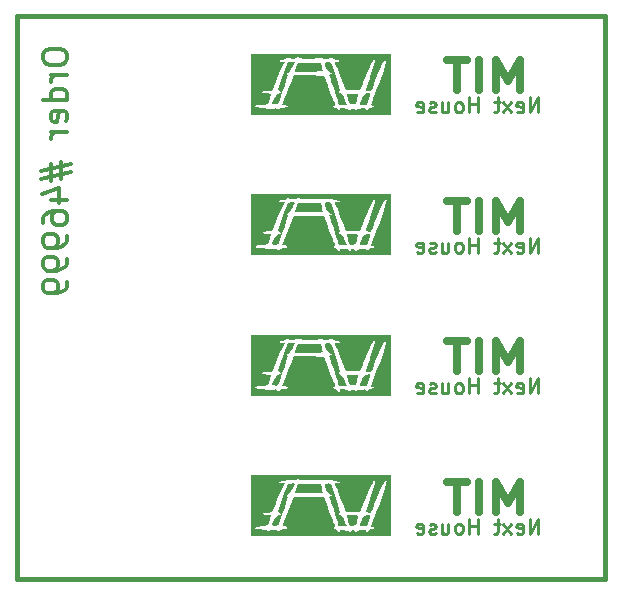
<source format=gbo>
G04 (created by PCBNEW-RS274X (2011-12-23 BZR 3325)-testing) date Sunday, March 18, 2012 05:57:35 PM*
G01*
G70*
G90*
%MOIN*%
G04 Gerber Fmt 3.4, Leading zero omitted, Abs format*
%FSLAX34Y34*%
G04 APERTURE LIST*
%ADD10C,0.006000*%
%ADD11C,0.012000*%
%ADD12C,0.015000*%
%ADD13C,0.025000*%
%ADD14C,0.010000*%
%ADD15C,0.000100*%
G04 APERTURE END LIST*
G54D10*
G54D11*
X45626Y-25445D02*
X45626Y-25597D01*
X45664Y-25673D01*
X45740Y-25750D01*
X45892Y-25788D01*
X46159Y-25788D01*
X46312Y-25750D01*
X46388Y-25673D01*
X46426Y-25597D01*
X46426Y-25445D01*
X46388Y-25369D01*
X46312Y-25292D01*
X46159Y-25254D01*
X45892Y-25254D01*
X45740Y-25292D01*
X45664Y-25369D01*
X45626Y-25445D01*
X46426Y-26130D02*
X45892Y-26130D01*
X46045Y-26130D02*
X45969Y-26169D01*
X45931Y-26207D01*
X45892Y-26283D01*
X45892Y-26359D01*
X46426Y-26968D02*
X45626Y-26968D01*
X46388Y-26968D02*
X46426Y-26892D01*
X46426Y-26740D01*
X46388Y-26664D01*
X46350Y-26625D01*
X46273Y-26587D01*
X46045Y-26587D01*
X45969Y-26625D01*
X45931Y-26664D01*
X45892Y-26740D01*
X45892Y-26892D01*
X45931Y-26968D01*
X46388Y-27654D02*
X46426Y-27578D01*
X46426Y-27426D01*
X46388Y-27349D01*
X46312Y-27311D01*
X46007Y-27311D01*
X45931Y-27349D01*
X45892Y-27426D01*
X45892Y-27578D01*
X45931Y-27654D01*
X46007Y-27692D01*
X46083Y-27692D01*
X46159Y-27311D01*
X46426Y-28035D02*
X45892Y-28035D01*
X46045Y-28035D02*
X45969Y-28074D01*
X45931Y-28112D01*
X45892Y-28188D01*
X45892Y-28264D01*
X45892Y-29102D02*
X45892Y-29674D01*
X45550Y-29331D02*
X46578Y-29102D01*
X46235Y-29598D02*
X46235Y-29026D01*
X46578Y-29369D02*
X45550Y-29598D01*
X45892Y-30283D02*
X46426Y-30283D01*
X45588Y-30093D02*
X46159Y-29902D01*
X46159Y-30398D01*
X45626Y-31045D02*
X45626Y-30893D01*
X45664Y-30817D01*
X45702Y-30779D01*
X45816Y-30702D01*
X45969Y-30664D01*
X46273Y-30664D01*
X46350Y-30702D01*
X46388Y-30741D01*
X46426Y-30817D01*
X46426Y-30969D01*
X46388Y-31045D01*
X46350Y-31083D01*
X46273Y-31122D01*
X46083Y-31122D01*
X46007Y-31083D01*
X45969Y-31045D01*
X45931Y-30969D01*
X45931Y-30817D01*
X45969Y-30741D01*
X46007Y-30702D01*
X46083Y-30664D01*
X46426Y-31503D02*
X46426Y-31655D01*
X46388Y-31731D01*
X46350Y-31769D01*
X46235Y-31845D01*
X46083Y-31884D01*
X45778Y-31884D01*
X45702Y-31845D01*
X45664Y-31807D01*
X45626Y-31731D01*
X45626Y-31579D01*
X45664Y-31503D01*
X45702Y-31464D01*
X45778Y-31426D01*
X45969Y-31426D01*
X46045Y-31464D01*
X46083Y-31503D01*
X46121Y-31579D01*
X46121Y-31731D01*
X46083Y-31807D01*
X46045Y-31845D01*
X45969Y-31884D01*
X46426Y-32265D02*
X46426Y-32417D01*
X46388Y-32493D01*
X46350Y-32531D01*
X46235Y-32607D01*
X46083Y-32646D01*
X45778Y-32646D01*
X45702Y-32607D01*
X45664Y-32569D01*
X45626Y-32493D01*
X45626Y-32341D01*
X45664Y-32265D01*
X45702Y-32226D01*
X45778Y-32188D01*
X45969Y-32188D01*
X46045Y-32226D01*
X46083Y-32265D01*
X46121Y-32341D01*
X46121Y-32493D01*
X46083Y-32569D01*
X46045Y-32607D01*
X45969Y-32646D01*
X46426Y-33027D02*
X46426Y-33179D01*
X46388Y-33255D01*
X46350Y-33293D01*
X46235Y-33369D01*
X46083Y-33408D01*
X45778Y-33408D01*
X45702Y-33369D01*
X45664Y-33331D01*
X45626Y-33255D01*
X45626Y-33103D01*
X45664Y-33027D01*
X45702Y-32988D01*
X45778Y-32950D01*
X45969Y-32950D01*
X46045Y-32988D01*
X46083Y-33027D01*
X46121Y-33103D01*
X46121Y-33255D01*
X46083Y-33331D01*
X46045Y-33369D01*
X45969Y-33408D01*
G54D12*
X64370Y-42913D02*
X64370Y-24173D01*
X44764Y-42913D02*
X64370Y-42913D01*
X44764Y-24173D02*
X44764Y-42913D01*
X44764Y-24173D02*
X64370Y-24173D01*
G54D13*
X61536Y-26626D02*
X61536Y-25626D01*
X61136Y-26340D01*
X60736Y-25626D01*
X60736Y-26626D01*
X60165Y-26626D02*
X60165Y-25626D01*
X59766Y-25626D02*
X59080Y-25626D01*
X59423Y-26626D02*
X59423Y-25626D01*
G54D14*
X62142Y-27367D02*
X62142Y-26867D01*
X61856Y-27367D01*
X61856Y-26867D01*
X61427Y-27344D02*
X61475Y-27367D01*
X61570Y-27367D01*
X61618Y-27344D01*
X61642Y-27296D01*
X61642Y-27105D01*
X61618Y-27058D01*
X61570Y-27034D01*
X61475Y-27034D01*
X61427Y-27058D01*
X61404Y-27105D01*
X61404Y-27153D01*
X61642Y-27201D01*
X61237Y-27367D02*
X60975Y-27034D01*
X61237Y-27034D02*
X60975Y-27367D01*
X60855Y-27034D02*
X60665Y-27034D01*
X60784Y-26867D02*
X60784Y-27296D01*
X60760Y-27344D01*
X60713Y-27367D01*
X60665Y-27367D01*
X60117Y-27367D02*
X60117Y-26867D01*
X60117Y-27105D02*
X59831Y-27105D01*
X59831Y-27367D02*
X59831Y-26867D01*
X59522Y-27367D02*
X59569Y-27344D01*
X59593Y-27320D01*
X59617Y-27272D01*
X59617Y-27129D01*
X59593Y-27082D01*
X59569Y-27058D01*
X59522Y-27034D01*
X59450Y-27034D01*
X59402Y-27058D01*
X59379Y-27082D01*
X59355Y-27129D01*
X59355Y-27272D01*
X59379Y-27320D01*
X59402Y-27344D01*
X59450Y-27367D01*
X59522Y-27367D01*
X58927Y-27034D02*
X58927Y-27367D01*
X59141Y-27034D02*
X59141Y-27296D01*
X59117Y-27344D01*
X59070Y-27367D01*
X58998Y-27367D01*
X58950Y-27344D01*
X58927Y-27320D01*
X58713Y-27344D02*
X58665Y-27367D01*
X58570Y-27367D01*
X58522Y-27344D01*
X58498Y-27296D01*
X58498Y-27272D01*
X58522Y-27225D01*
X58570Y-27201D01*
X58641Y-27201D01*
X58689Y-27177D01*
X58713Y-27129D01*
X58713Y-27105D01*
X58689Y-27058D01*
X58641Y-27034D01*
X58570Y-27034D01*
X58522Y-27058D01*
X58093Y-27344D02*
X58141Y-27367D01*
X58236Y-27367D01*
X58284Y-27344D01*
X58308Y-27296D01*
X58308Y-27105D01*
X58284Y-27058D01*
X58236Y-27034D01*
X58141Y-27034D01*
X58093Y-27058D01*
X58070Y-27105D01*
X58070Y-27153D01*
X58308Y-27201D01*
G54D13*
X61536Y-31311D02*
X61536Y-30311D01*
X61136Y-31025D01*
X60736Y-30311D01*
X60736Y-31311D01*
X60165Y-31311D02*
X60165Y-30311D01*
X59766Y-30311D02*
X59080Y-30311D01*
X59423Y-31311D02*
X59423Y-30311D01*
G54D14*
X62142Y-32052D02*
X62142Y-31552D01*
X61856Y-32052D01*
X61856Y-31552D01*
X61427Y-32029D02*
X61475Y-32052D01*
X61570Y-32052D01*
X61618Y-32029D01*
X61642Y-31981D01*
X61642Y-31790D01*
X61618Y-31743D01*
X61570Y-31719D01*
X61475Y-31719D01*
X61427Y-31743D01*
X61404Y-31790D01*
X61404Y-31838D01*
X61642Y-31886D01*
X61237Y-32052D02*
X60975Y-31719D01*
X61237Y-31719D02*
X60975Y-32052D01*
X60855Y-31719D02*
X60665Y-31719D01*
X60784Y-31552D02*
X60784Y-31981D01*
X60760Y-32029D01*
X60713Y-32052D01*
X60665Y-32052D01*
X60117Y-32052D02*
X60117Y-31552D01*
X60117Y-31790D02*
X59831Y-31790D01*
X59831Y-32052D02*
X59831Y-31552D01*
X59522Y-32052D02*
X59569Y-32029D01*
X59593Y-32005D01*
X59617Y-31957D01*
X59617Y-31814D01*
X59593Y-31767D01*
X59569Y-31743D01*
X59522Y-31719D01*
X59450Y-31719D01*
X59402Y-31743D01*
X59379Y-31767D01*
X59355Y-31814D01*
X59355Y-31957D01*
X59379Y-32005D01*
X59402Y-32029D01*
X59450Y-32052D01*
X59522Y-32052D01*
X58927Y-31719D02*
X58927Y-32052D01*
X59141Y-31719D02*
X59141Y-31981D01*
X59117Y-32029D01*
X59070Y-32052D01*
X58998Y-32052D01*
X58950Y-32029D01*
X58927Y-32005D01*
X58713Y-32029D02*
X58665Y-32052D01*
X58570Y-32052D01*
X58522Y-32029D01*
X58498Y-31981D01*
X58498Y-31957D01*
X58522Y-31910D01*
X58570Y-31886D01*
X58641Y-31886D01*
X58689Y-31862D01*
X58713Y-31814D01*
X58713Y-31790D01*
X58689Y-31743D01*
X58641Y-31719D01*
X58570Y-31719D01*
X58522Y-31743D01*
X58093Y-32029D02*
X58141Y-32052D01*
X58236Y-32052D01*
X58284Y-32029D01*
X58308Y-31981D01*
X58308Y-31790D01*
X58284Y-31743D01*
X58236Y-31719D01*
X58141Y-31719D01*
X58093Y-31743D01*
X58070Y-31790D01*
X58070Y-31838D01*
X58308Y-31886D01*
G54D13*
X61536Y-35996D02*
X61536Y-34996D01*
X61136Y-35710D01*
X60736Y-34996D01*
X60736Y-35996D01*
X60165Y-35996D02*
X60165Y-34996D01*
X59766Y-34996D02*
X59080Y-34996D01*
X59423Y-35996D02*
X59423Y-34996D01*
G54D14*
X62142Y-36737D02*
X62142Y-36237D01*
X61856Y-36737D01*
X61856Y-36237D01*
X61427Y-36714D02*
X61475Y-36737D01*
X61570Y-36737D01*
X61618Y-36714D01*
X61642Y-36666D01*
X61642Y-36475D01*
X61618Y-36428D01*
X61570Y-36404D01*
X61475Y-36404D01*
X61427Y-36428D01*
X61404Y-36475D01*
X61404Y-36523D01*
X61642Y-36571D01*
X61237Y-36737D02*
X60975Y-36404D01*
X61237Y-36404D02*
X60975Y-36737D01*
X60855Y-36404D02*
X60665Y-36404D01*
X60784Y-36237D02*
X60784Y-36666D01*
X60760Y-36714D01*
X60713Y-36737D01*
X60665Y-36737D01*
X60117Y-36737D02*
X60117Y-36237D01*
X60117Y-36475D02*
X59831Y-36475D01*
X59831Y-36737D02*
X59831Y-36237D01*
X59522Y-36737D02*
X59569Y-36714D01*
X59593Y-36690D01*
X59617Y-36642D01*
X59617Y-36499D01*
X59593Y-36452D01*
X59569Y-36428D01*
X59522Y-36404D01*
X59450Y-36404D01*
X59402Y-36428D01*
X59379Y-36452D01*
X59355Y-36499D01*
X59355Y-36642D01*
X59379Y-36690D01*
X59402Y-36714D01*
X59450Y-36737D01*
X59522Y-36737D01*
X58927Y-36404D02*
X58927Y-36737D01*
X59141Y-36404D02*
X59141Y-36666D01*
X59117Y-36714D01*
X59070Y-36737D01*
X58998Y-36737D01*
X58950Y-36714D01*
X58927Y-36690D01*
X58713Y-36714D02*
X58665Y-36737D01*
X58570Y-36737D01*
X58522Y-36714D01*
X58498Y-36666D01*
X58498Y-36642D01*
X58522Y-36595D01*
X58570Y-36571D01*
X58641Y-36571D01*
X58689Y-36547D01*
X58713Y-36499D01*
X58713Y-36475D01*
X58689Y-36428D01*
X58641Y-36404D01*
X58570Y-36404D01*
X58522Y-36428D01*
X58093Y-36714D02*
X58141Y-36737D01*
X58236Y-36737D01*
X58284Y-36714D01*
X58308Y-36666D01*
X58308Y-36475D01*
X58284Y-36428D01*
X58236Y-36404D01*
X58141Y-36404D01*
X58093Y-36428D01*
X58070Y-36475D01*
X58070Y-36523D01*
X58308Y-36571D01*
G54D13*
X61536Y-40681D02*
X61536Y-39681D01*
X61136Y-40395D01*
X60736Y-39681D01*
X60736Y-40681D01*
X60165Y-40681D02*
X60165Y-39681D01*
X59766Y-39681D02*
X59080Y-39681D01*
X59423Y-40681D02*
X59423Y-39681D01*
G54D14*
X62142Y-41422D02*
X62142Y-40922D01*
X61856Y-41422D01*
X61856Y-40922D01*
X61427Y-41399D02*
X61475Y-41422D01*
X61570Y-41422D01*
X61618Y-41399D01*
X61642Y-41351D01*
X61642Y-41160D01*
X61618Y-41113D01*
X61570Y-41089D01*
X61475Y-41089D01*
X61427Y-41113D01*
X61404Y-41160D01*
X61404Y-41208D01*
X61642Y-41256D01*
X61237Y-41422D02*
X60975Y-41089D01*
X61237Y-41089D02*
X60975Y-41422D01*
X60855Y-41089D02*
X60665Y-41089D01*
X60784Y-40922D02*
X60784Y-41351D01*
X60760Y-41399D01*
X60713Y-41422D01*
X60665Y-41422D01*
X60117Y-41422D02*
X60117Y-40922D01*
X60117Y-41160D02*
X59831Y-41160D01*
X59831Y-41422D02*
X59831Y-40922D01*
X59522Y-41422D02*
X59569Y-41399D01*
X59593Y-41375D01*
X59617Y-41327D01*
X59617Y-41184D01*
X59593Y-41137D01*
X59569Y-41113D01*
X59522Y-41089D01*
X59450Y-41089D01*
X59402Y-41113D01*
X59379Y-41137D01*
X59355Y-41184D01*
X59355Y-41327D01*
X59379Y-41375D01*
X59402Y-41399D01*
X59450Y-41422D01*
X59522Y-41422D01*
X58927Y-41089D02*
X58927Y-41422D01*
X59141Y-41089D02*
X59141Y-41351D01*
X59117Y-41399D01*
X59070Y-41422D01*
X58998Y-41422D01*
X58950Y-41399D01*
X58927Y-41375D01*
X58713Y-41399D02*
X58665Y-41422D01*
X58570Y-41422D01*
X58522Y-41399D01*
X58498Y-41351D01*
X58498Y-41327D01*
X58522Y-41280D01*
X58570Y-41256D01*
X58641Y-41256D01*
X58689Y-41232D01*
X58713Y-41184D01*
X58713Y-41160D01*
X58689Y-41113D01*
X58641Y-41089D01*
X58570Y-41089D01*
X58522Y-41113D01*
X58093Y-41399D02*
X58141Y-41422D01*
X58236Y-41422D01*
X58284Y-41399D01*
X58308Y-41351D01*
X58308Y-41160D01*
X58284Y-41113D01*
X58236Y-41089D01*
X58141Y-41089D01*
X58093Y-41113D01*
X58070Y-41160D01*
X58070Y-41208D01*
X58308Y-41256D01*
G54D15*
G36*
X57215Y-27450D02*
X57087Y-27450D01*
X57087Y-25596D01*
X57083Y-25552D01*
X57078Y-25550D01*
X57049Y-25579D01*
X57001Y-25658D01*
X56939Y-25774D01*
X56869Y-25917D01*
X56797Y-26075D01*
X56729Y-26234D01*
X56671Y-26385D01*
X56658Y-26418D01*
X56612Y-26546D01*
X56577Y-26622D01*
X56547Y-26658D01*
X56513Y-26666D01*
X56482Y-26660D01*
X56417Y-26644D01*
X56393Y-26636D01*
X56400Y-26605D01*
X56426Y-26523D01*
X56465Y-26400D01*
X56515Y-26248D01*
X56532Y-26200D01*
X56607Y-25969D01*
X56661Y-25795D01*
X56693Y-25672D01*
X56706Y-25595D01*
X56701Y-25556D01*
X56689Y-25550D01*
X56663Y-25579D01*
X56617Y-25657D01*
X56557Y-25773D01*
X56490Y-25914D01*
X56420Y-26068D01*
X56355Y-26223D01*
X56298Y-26366D01*
X56279Y-26420D01*
X56204Y-26635D01*
X55962Y-26637D01*
X55720Y-26639D01*
X55630Y-26386D01*
X55571Y-26227D01*
X55504Y-26058D01*
X55445Y-25920D01*
X55397Y-25813D01*
X55363Y-25733D01*
X55349Y-25696D01*
X55349Y-25695D01*
X55378Y-25687D01*
X55448Y-25683D01*
X55450Y-25683D01*
X55517Y-25674D01*
X55532Y-25651D01*
X55532Y-25650D01*
X55487Y-25626D01*
X55409Y-25616D01*
X55317Y-25597D01*
X55262Y-25558D01*
X55227Y-25526D01*
X55216Y-25542D01*
X55187Y-25568D01*
X55115Y-25581D01*
X55026Y-25582D01*
X54942Y-25569D01*
X54889Y-25543D01*
X54855Y-25520D01*
X54849Y-25543D01*
X54825Y-25563D01*
X54752Y-25575D01*
X54622Y-25582D01*
X54499Y-25583D01*
X54327Y-25581D01*
X54216Y-25572D01*
X54159Y-25557D01*
X54149Y-25543D01*
X54139Y-25520D01*
X54108Y-25543D01*
X54049Y-25571D01*
X53962Y-25582D01*
X53875Y-25576D01*
X53814Y-25554D01*
X53803Y-25542D01*
X53779Y-25524D01*
X53749Y-25558D01*
X53682Y-25605D01*
X53597Y-25617D01*
X53520Y-25625D01*
X53483Y-25646D01*
X53482Y-25650D01*
X53511Y-25673D01*
X53581Y-25683D01*
X53582Y-25683D01*
X53683Y-25683D01*
X53587Y-25875D01*
X53529Y-25998D01*
X53461Y-26155D01*
X53396Y-26317D01*
X53381Y-26357D01*
X53272Y-26647D01*
X53102Y-26657D01*
X52990Y-26671D01*
X52939Y-26694D01*
X52951Y-26718D01*
X53027Y-26737D01*
X53086Y-26743D01*
X53241Y-26753D01*
X53194Y-26908D01*
X53153Y-27021D01*
X53103Y-27084D01*
X53024Y-27111D01*
X52915Y-27117D01*
X52804Y-27124D01*
X52729Y-27142D01*
X52698Y-27166D01*
X52723Y-27192D01*
X52732Y-27195D01*
X52802Y-27210D01*
X52899Y-27217D01*
X52910Y-27217D01*
X53002Y-27224D01*
X53069Y-27241D01*
X53074Y-27244D01*
X53130Y-27256D01*
X53225Y-27255D01*
X53282Y-27250D01*
X53383Y-27240D01*
X53433Y-27248D01*
X53449Y-27274D01*
X53450Y-27281D01*
X53456Y-27313D01*
X53482Y-27291D01*
X53495Y-27275D01*
X53561Y-27230D01*
X53624Y-27217D01*
X53722Y-27208D01*
X53782Y-27187D01*
X53791Y-27159D01*
X53776Y-27146D01*
X53707Y-27122D01*
X53659Y-27117D01*
X53624Y-27114D01*
X53610Y-27098D01*
X53618Y-27056D01*
X53651Y-26975D01*
X53697Y-26875D01*
X53768Y-26713D01*
X53843Y-26531D01*
X53901Y-26383D01*
X53995Y-26132D01*
X54493Y-26140D01*
X54992Y-26148D01*
X55115Y-26474D01*
X55176Y-26632D01*
X55237Y-26786D01*
X55289Y-26913D01*
X55310Y-26962D01*
X55355Y-27065D01*
X55375Y-27122D01*
X55372Y-27145D01*
X55347Y-27150D01*
X55330Y-27150D01*
X55295Y-27166D01*
X55299Y-27183D01*
X55346Y-27213D01*
X55372Y-27217D01*
X55433Y-27241D01*
X55469Y-27275D01*
X55503Y-27315D01*
X55513Y-27301D01*
X55514Y-27274D01*
X55524Y-27239D01*
X55564Y-27228D01*
X55652Y-27237D01*
X55657Y-27237D01*
X55755Y-27258D01*
X55827Y-27284D01*
X55840Y-27292D01*
X55876Y-27305D01*
X55882Y-27287D01*
X55907Y-27257D01*
X55961Y-27252D01*
X56012Y-27273D01*
X56027Y-27292D01*
X56051Y-27314D01*
X56071Y-27296D01*
X56118Y-27271D01*
X56207Y-27249D01*
X56254Y-27242D01*
X56349Y-27236D01*
X56391Y-27245D01*
X56392Y-27271D01*
X56394Y-27311D01*
X56408Y-27317D01*
X56448Y-27290D01*
X56461Y-27267D01*
X56505Y-27228D01*
X56562Y-27217D01*
X56633Y-27204D01*
X56665Y-27183D01*
X56658Y-27154D01*
X56636Y-27150D01*
X56594Y-27142D01*
X56575Y-27113D01*
X56582Y-27054D01*
X56614Y-26955D01*
X56675Y-26808D01*
X56694Y-26763D01*
X56774Y-26571D01*
X56851Y-26371D01*
X56922Y-26174D01*
X56984Y-25988D01*
X57035Y-25823D01*
X57070Y-25689D01*
X57087Y-25596D01*
X57087Y-27450D01*
X54882Y-27450D01*
X52549Y-27450D01*
X52549Y-26433D01*
X52549Y-25417D01*
X54882Y-25417D01*
X57215Y-25417D01*
X57215Y-26433D01*
X57215Y-27450D01*
X57215Y-27450D01*
X57215Y-27450D01*
G37*
G36*
X54015Y-25699D02*
X53998Y-25758D01*
X53956Y-25843D01*
X53901Y-25932D01*
X53845Y-26007D01*
X53802Y-26047D01*
X53794Y-26050D01*
X53759Y-26061D01*
X53776Y-26092D01*
X53783Y-26130D01*
X53772Y-26207D01*
X53739Y-26329D01*
X53684Y-26503D01*
X53642Y-26626D01*
X53576Y-26815D01*
X53526Y-26950D01*
X53485Y-27038D01*
X53448Y-27088D01*
X53408Y-27108D01*
X53361Y-27106D01*
X53310Y-27094D01*
X53280Y-27080D01*
X53276Y-27047D01*
X53298Y-26981D01*
X53326Y-26915D01*
X53380Y-26812D01*
X53429Y-26761D01*
X53472Y-26751D01*
X53542Y-26736D01*
X53564Y-26705D01*
X53531Y-26673D01*
X53513Y-26666D01*
X53464Y-26633D01*
X53469Y-26588D01*
X53489Y-26537D01*
X53525Y-26437D01*
X53573Y-26301D01*
X53628Y-26143D01*
X53637Y-26117D01*
X53779Y-25700D01*
X53897Y-25689D01*
X53975Y-25688D01*
X54014Y-25696D01*
X54015Y-25699D01*
X54015Y-25699D01*
X54015Y-25699D01*
G37*
G36*
X55749Y-27117D02*
X55616Y-27117D01*
X55532Y-27114D01*
X55485Y-27107D01*
X55482Y-27104D01*
X55472Y-27058D01*
X55445Y-26964D01*
X55407Y-26838D01*
X55362Y-26694D01*
X55316Y-26550D01*
X55272Y-26419D01*
X55236Y-26318D01*
X55219Y-26276D01*
X55154Y-26123D01*
X55226Y-26099D01*
X55299Y-26075D01*
X55223Y-26060D01*
X55151Y-26013D01*
X55075Y-25903D01*
X55066Y-25884D01*
X55019Y-25779D01*
X55017Y-25718D01*
X55062Y-25690D01*
X55160Y-25684D01*
X55190Y-25691D01*
X55218Y-25717D01*
X55249Y-25772D01*
X55287Y-25866D01*
X55336Y-26006D01*
X55386Y-26159D01*
X55451Y-26370D01*
X55494Y-26528D01*
X55513Y-26630D01*
X55509Y-26672D01*
X55505Y-26711D01*
X55543Y-26731D01*
X55605Y-26775D01*
X55625Y-26809D01*
X55648Y-26876D01*
X55686Y-26970D01*
X55695Y-26992D01*
X55749Y-27117D01*
X55749Y-27117D01*
X55749Y-27117D01*
G37*
G36*
X56142Y-26781D02*
X56136Y-26822D01*
X56135Y-26825D01*
X56111Y-26917D01*
X56094Y-26992D01*
X56057Y-27065D01*
X56014Y-27083D01*
X55935Y-27093D01*
X55907Y-27101D01*
X55872Y-27091D01*
X55838Y-27027D01*
X55809Y-26934D01*
X55757Y-26750D01*
X55957Y-26750D01*
X56067Y-26751D01*
X56124Y-26760D01*
X56142Y-26781D01*
X56142Y-26781D01*
X56142Y-26781D01*
G37*
G36*
X56538Y-26729D02*
X56533Y-26761D01*
X56513Y-26839D01*
X56488Y-26925D01*
X56455Y-27031D01*
X56426Y-27088D01*
X56386Y-27112D01*
X56321Y-27116D01*
X56307Y-27116D01*
X56226Y-27112D01*
X56184Y-27101D01*
X56182Y-27098D01*
X56194Y-27059D01*
X56225Y-26980D01*
X56251Y-26918D01*
X56300Y-26819D01*
X56348Y-26766D01*
X56412Y-26743D01*
X56426Y-26741D01*
X56501Y-26731D01*
X56538Y-26729D01*
X56538Y-26729D01*
X56538Y-26729D01*
G37*
G36*
X54948Y-25992D02*
X54917Y-26001D01*
X54831Y-26008D01*
X54702Y-26014D01*
X54543Y-26016D01*
X54484Y-26017D01*
X54019Y-26017D01*
X54070Y-25867D01*
X54121Y-25717D01*
X54500Y-25717D01*
X54879Y-25716D01*
X54913Y-25842D01*
X54936Y-25928D01*
X54948Y-25985D01*
X54948Y-25992D01*
X54948Y-25992D01*
X54948Y-25992D01*
G37*
G36*
X57215Y-32135D02*
X57087Y-32135D01*
X57087Y-30281D01*
X57083Y-30237D01*
X57078Y-30235D01*
X57049Y-30264D01*
X57001Y-30343D01*
X56939Y-30459D01*
X56869Y-30602D01*
X56797Y-30760D01*
X56729Y-30919D01*
X56671Y-31070D01*
X56658Y-31103D01*
X56612Y-31231D01*
X56577Y-31307D01*
X56547Y-31343D01*
X56513Y-31351D01*
X56482Y-31345D01*
X56417Y-31329D01*
X56393Y-31321D01*
X56400Y-31290D01*
X56426Y-31208D01*
X56465Y-31085D01*
X56515Y-30933D01*
X56532Y-30885D01*
X56607Y-30654D01*
X56661Y-30480D01*
X56693Y-30357D01*
X56706Y-30280D01*
X56701Y-30241D01*
X56689Y-30235D01*
X56663Y-30264D01*
X56617Y-30342D01*
X56557Y-30458D01*
X56490Y-30599D01*
X56420Y-30753D01*
X56355Y-30908D01*
X56298Y-31051D01*
X56279Y-31105D01*
X56204Y-31320D01*
X55962Y-31322D01*
X55720Y-31324D01*
X55630Y-31071D01*
X55571Y-30912D01*
X55504Y-30743D01*
X55445Y-30605D01*
X55397Y-30498D01*
X55363Y-30418D01*
X55349Y-30381D01*
X55349Y-30380D01*
X55378Y-30372D01*
X55448Y-30368D01*
X55450Y-30368D01*
X55517Y-30359D01*
X55532Y-30336D01*
X55532Y-30335D01*
X55487Y-30311D01*
X55409Y-30301D01*
X55317Y-30282D01*
X55262Y-30243D01*
X55227Y-30211D01*
X55216Y-30227D01*
X55187Y-30253D01*
X55115Y-30266D01*
X55026Y-30267D01*
X54942Y-30254D01*
X54889Y-30228D01*
X54855Y-30205D01*
X54849Y-30228D01*
X54825Y-30248D01*
X54752Y-30260D01*
X54622Y-30267D01*
X54499Y-30268D01*
X54327Y-30266D01*
X54216Y-30257D01*
X54159Y-30242D01*
X54149Y-30228D01*
X54139Y-30205D01*
X54108Y-30228D01*
X54049Y-30256D01*
X53962Y-30267D01*
X53875Y-30261D01*
X53814Y-30239D01*
X53803Y-30227D01*
X53779Y-30209D01*
X53749Y-30243D01*
X53682Y-30290D01*
X53597Y-30302D01*
X53520Y-30310D01*
X53483Y-30331D01*
X53482Y-30335D01*
X53511Y-30358D01*
X53581Y-30368D01*
X53582Y-30368D01*
X53683Y-30368D01*
X53587Y-30560D01*
X53529Y-30683D01*
X53461Y-30840D01*
X53396Y-31002D01*
X53381Y-31042D01*
X53272Y-31332D01*
X53102Y-31342D01*
X52990Y-31356D01*
X52939Y-31379D01*
X52951Y-31403D01*
X53027Y-31422D01*
X53086Y-31428D01*
X53241Y-31438D01*
X53194Y-31593D01*
X53153Y-31706D01*
X53103Y-31769D01*
X53024Y-31796D01*
X52915Y-31802D01*
X52804Y-31809D01*
X52729Y-31827D01*
X52698Y-31851D01*
X52723Y-31877D01*
X52732Y-31880D01*
X52802Y-31895D01*
X52899Y-31902D01*
X52910Y-31902D01*
X53002Y-31909D01*
X53069Y-31926D01*
X53074Y-31929D01*
X53130Y-31941D01*
X53225Y-31940D01*
X53282Y-31935D01*
X53383Y-31925D01*
X53433Y-31933D01*
X53449Y-31959D01*
X53450Y-31966D01*
X53456Y-31998D01*
X53482Y-31976D01*
X53495Y-31960D01*
X53561Y-31915D01*
X53624Y-31902D01*
X53722Y-31893D01*
X53782Y-31872D01*
X53791Y-31844D01*
X53776Y-31831D01*
X53707Y-31807D01*
X53659Y-31802D01*
X53624Y-31799D01*
X53610Y-31783D01*
X53618Y-31741D01*
X53651Y-31660D01*
X53697Y-31560D01*
X53768Y-31398D01*
X53843Y-31216D01*
X53901Y-31068D01*
X53995Y-30817D01*
X54493Y-30825D01*
X54992Y-30833D01*
X55115Y-31159D01*
X55176Y-31317D01*
X55237Y-31471D01*
X55289Y-31598D01*
X55310Y-31647D01*
X55355Y-31750D01*
X55375Y-31807D01*
X55372Y-31830D01*
X55347Y-31835D01*
X55330Y-31835D01*
X55295Y-31851D01*
X55299Y-31868D01*
X55346Y-31898D01*
X55372Y-31902D01*
X55433Y-31926D01*
X55469Y-31960D01*
X55503Y-32000D01*
X55513Y-31986D01*
X55514Y-31959D01*
X55524Y-31924D01*
X55564Y-31913D01*
X55652Y-31922D01*
X55657Y-31922D01*
X55755Y-31943D01*
X55827Y-31969D01*
X55840Y-31977D01*
X55876Y-31990D01*
X55882Y-31972D01*
X55907Y-31942D01*
X55961Y-31937D01*
X56012Y-31958D01*
X56027Y-31977D01*
X56051Y-31999D01*
X56071Y-31981D01*
X56118Y-31956D01*
X56207Y-31934D01*
X56254Y-31927D01*
X56349Y-31921D01*
X56391Y-31930D01*
X56392Y-31956D01*
X56394Y-31996D01*
X56408Y-32002D01*
X56448Y-31975D01*
X56461Y-31952D01*
X56505Y-31913D01*
X56562Y-31902D01*
X56633Y-31889D01*
X56665Y-31868D01*
X56658Y-31839D01*
X56636Y-31835D01*
X56594Y-31827D01*
X56575Y-31798D01*
X56582Y-31739D01*
X56614Y-31640D01*
X56675Y-31493D01*
X56694Y-31448D01*
X56774Y-31256D01*
X56851Y-31056D01*
X56922Y-30859D01*
X56984Y-30673D01*
X57035Y-30508D01*
X57070Y-30374D01*
X57087Y-30281D01*
X57087Y-32135D01*
X54882Y-32135D01*
X52549Y-32135D01*
X52549Y-31118D01*
X52549Y-30102D01*
X54882Y-30102D01*
X57215Y-30102D01*
X57215Y-31118D01*
X57215Y-32135D01*
X57215Y-32135D01*
X57215Y-32135D01*
G37*
G36*
X54015Y-30384D02*
X53998Y-30443D01*
X53956Y-30528D01*
X53901Y-30617D01*
X53845Y-30692D01*
X53802Y-30732D01*
X53794Y-30735D01*
X53759Y-30746D01*
X53776Y-30777D01*
X53783Y-30815D01*
X53772Y-30892D01*
X53739Y-31014D01*
X53684Y-31188D01*
X53642Y-31311D01*
X53576Y-31500D01*
X53526Y-31635D01*
X53485Y-31723D01*
X53448Y-31773D01*
X53408Y-31793D01*
X53361Y-31791D01*
X53310Y-31779D01*
X53280Y-31765D01*
X53276Y-31732D01*
X53298Y-31666D01*
X53326Y-31600D01*
X53380Y-31497D01*
X53429Y-31446D01*
X53472Y-31436D01*
X53542Y-31421D01*
X53564Y-31390D01*
X53531Y-31358D01*
X53513Y-31351D01*
X53464Y-31318D01*
X53469Y-31273D01*
X53489Y-31222D01*
X53525Y-31122D01*
X53573Y-30986D01*
X53628Y-30828D01*
X53637Y-30802D01*
X53779Y-30385D01*
X53897Y-30374D01*
X53975Y-30373D01*
X54014Y-30381D01*
X54015Y-30384D01*
X54015Y-30384D01*
X54015Y-30384D01*
G37*
G36*
X55749Y-31802D02*
X55616Y-31802D01*
X55532Y-31799D01*
X55485Y-31792D01*
X55482Y-31789D01*
X55472Y-31743D01*
X55445Y-31649D01*
X55407Y-31523D01*
X55362Y-31379D01*
X55316Y-31235D01*
X55272Y-31104D01*
X55236Y-31003D01*
X55219Y-30961D01*
X55154Y-30808D01*
X55226Y-30784D01*
X55299Y-30760D01*
X55223Y-30745D01*
X55151Y-30698D01*
X55075Y-30588D01*
X55066Y-30569D01*
X55019Y-30464D01*
X55017Y-30403D01*
X55062Y-30375D01*
X55160Y-30369D01*
X55190Y-30376D01*
X55218Y-30402D01*
X55249Y-30457D01*
X55287Y-30551D01*
X55336Y-30691D01*
X55386Y-30844D01*
X55451Y-31055D01*
X55494Y-31213D01*
X55513Y-31315D01*
X55509Y-31357D01*
X55505Y-31396D01*
X55543Y-31416D01*
X55605Y-31460D01*
X55625Y-31494D01*
X55648Y-31561D01*
X55686Y-31655D01*
X55695Y-31677D01*
X55749Y-31802D01*
X55749Y-31802D01*
X55749Y-31802D01*
G37*
G36*
X56142Y-31466D02*
X56136Y-31507D01*
X56135Y-31510D01*
X56111Y-31602D01*
X56094Y-31677D01*
X56057Y-31750D01*
X56014Y-31768D01*
X55935Y-31778D01*
X55907Y-31786D01*
X55872Y-31776D01*
X55838Y-31712D01*
X55809Y-31619D01*
X55757Y-31435D01*
X55957Y-31435D01*
X56067Y-31436D01*
X56124Y-31445D01*
X56142Y-31466D01*
X56142Y-31466D01*
X56142Y-31466D01*
G37*
G36*
X56538Y-31414D02*
X56533Y-31446D01*
X56513Y-31524D01*
X56488Y-31610D01*
X56455Y-31716D01*
X56426Y-31773D01*
X56386Y-31797D01*
X56321Y-31801D01*
X56307Y-31801D01*
X56226Y-31797D01*
X56184Y-31786D01*
X56182Y-31783D01*
X56194Y-31744D01*
X56225Y-31665D01*
X56251Y-31603D01*
X56300Y-31504D01*
X56348Y-31451D01*
X56412Y-31428D01*
X56426Y-31426D01*
X56501Y-31416D01*
X56538Y-31414D01*
X56538Y-31414D01*
X56538Y-31414D01*
G37*
G36*
X54948Y-30677D02*
X54917Y-30686D01*
X54831Y-30693D01*
X54702Y-30699D01*
X54543Y-30701D01*
X54484Y-30702D01*
X54019Y-30702D01*
X54070Y-30552D01*
X54121Y-30402D01*
X54500Y-30402D01*
X54879Y-30401D01*
X54913Y-30527D01*
X54936Y-30613D01*
X54948Y-30670D01*
X54948Y-30677D01*
X54948Y-30677D01*
X54948Y-30677D01*
G37*
G36*
X57215Y-36820D02*
X57087Y-36820D01*
X57087Y-34966D01*
X57083Y-34922D01*
X57078Y-34920D01*
X57049Y-34949D01*
X57001Y-35028D01*
X56939Y-35144D01*
X56869Y-35287D01*
X56797Y-35445D01*
X56729Y-35604D01*
X56671Y-35755D01*
X56658Y-35788D01*
X56612Y-35916D01*
X56577Y-35992D01*
X56547Y-36028D01*
X56513Y-36036D01*
X56482Y-36030D01*
X56417Y-36014D01*
X56393Y-36006D01*
X56400Y-35975D01*
X56426Y-35893D01*
X56465Y-35770D01*
X56515Y-35618D01*
X56532Y-35570D01*
X56607Y-35339D01*
X56661Y-35165D01*
X56693Y-35042D01*
X56706Y-34965D01*
X56701Y-34926D01*
X56689Y-34920D01*
X56663Y-34949D01*
X56617Y-35027D01*
X56557Y-35143D01*
X56490Y-35284D01*
X56420Y-35438D01*
X56355Y-35593D01*
X56298Y-35736D01*
X56279Y-35790D01*
X56204Y-36005D01*
X55962Y-36007D01*
X55720Y-36009D01*
X55630Y-35756D01*
X55571Y-35597D01*
X55504Y-35428D01*
X55445Y-35290D01*
X55397Y-35183D01*
X55363Y-35103D01*
X55349Y-35066D01*
X55349Y-35065D01*
X55378Y-35057D01*
X55448Y-35053D01*
X55450Y-35053D01*
X55517Y-35044D01*
X55532Y-35021D01*
X55532Y-35020D01*
X55487Y-34996D01*
X55409Y-34986D01*
X55317Y-34967D01*
X55262Y-34928D01*
X55227Y-34896D01*
X55216Y-34912D01*
X55187Y-34938D01*
X55115Y-34951D01*
X55026Y-34952D01*
X54942Y-34939D01*
X54889Y-34913D01*
X54855Y-34890D01*
X54849Y-34913D01*
X54825Y-34933D01*
X54752Y-34945D01*
X54622Y-34952D01*
X54499Y-34953D01*
X54327Y-34951D01*
X54216Y-34942D01*
X54159Y-34927D01*
X54149Y-34913D01*
X54139Y-34890D01*
X54108Y-34913D01*
X54049Y-34941D01*
X53962Y-34952D01*
X53875Y-34946D01*
X53814Y-34924D01*
X53803Y-34912D01*
X53779Y-34894D01*
X53749Y-34928D01*
X53682Y-34975D01*
X53597Y-34987D01*
X53520Y-34995D01*
X53483Y-35016D01*
X53482Y-35020D01*
X53511Y-35043D01*
X53581Y-35053D01*
X53582Y-35053D01*
X53683Y-35053D01*
X53587Y-35245D01*
X53529Y-35368D01*
X53461Y-35525D01*
X53396Y-35687D01*
X53381Y-35727D01*
X53272Y-36017D01*
X53102Y-36027D01*
X52990Y-36041D01*
X52939Y-36064D01*
X52951Y-36088D01*
X53027Y-36107D01*
X53086Y-36113D01*
X53241Y-36123D01*
X53194Y-36278D01*
X53153Y-36391D01*
X53103Y-36454D01*
X53024Y-36481D01*
X52915Y-36487D01*
X52804Y-36494D01*
X52729Y-36512D01*
X52698Y-36536D01*
X52723Y-36562D01*
X52732Y-36565D01*
X52802Y-36580D01*
X52899Y-36587D01*
X52910Y-36587D01*
X53002Y-36594D01*
X53069Y-36611D01*
X53074Y-36614D01*
X53130Y-36626D01*
X53225Y-36625D01*
X53282Y-36620D01*
X53383Y-36610D01*
X53433Y-36618D01*
X53449Y-36644D01*
X53450Y-36651D01*
X53456Y-36683D01*
X53482Y-36661D01*
X53495Y-36645D01*
X53561Y-36600D01*
X53624Y-36587D01*
X53722Y-36578D01*
X53782Y-36557D01*
X53791Y-36529D01*
X53776Y-36516D01*
X53707Y-36492D01*
X53659Y-36487D01*
X53624Y-36484D01*
X53610Y-36468D01*
X53618Y-36426D01*
X53651Y-36345D01*
X53697Y-36245D01*
X53768Y-36083D01*
X53843Y-35901D01*
X53901Y-35753D01*
X53995Y-35502D01*
X54493Y-35510D01*
X54992Y-35518D01*
X55115Y-35844D01*
X55176Y-36002D01*
X55237Y-36156D01*
X55289Y-36283D01*
X55310Y-36332D01*
X55355Y-36435D01*
X55375Y-36492D01*
X55372Y-36515D01*
X55347Y-36520D01*
X55330Y-36520D01*
X55295Y-36536D01*
X55299Y-36553D01*
X55346Y-36583D01*
X55372Y-36587D01*
X55433Y-36611D01*
X55469Y-36645D01*
X55503Y-36685D01*
X55513Y-36671D01*
X55514Y-36644D01*
X55524Y-36609D01*
X55564Y-36598D01*
X55652Y-36607D01*
X55657Y-36607D01*
X55755Y-36628D01*
X55827Y-36654D01*
X55840Y-36662D01*
X55876Y-36675D01*
X55882Y-36657D01*
X55907Y-36627D01*
X55961Y-36622D01*
X56012Y-36643D01*
X56027Y-36662D01*
X56051Y-36684D01*
X56071Y-36666D01*
X56118Y-36641D01*
X56207Y-36619D01*
X56254Y-36612D01*
X56349Y-36606D01*
X56391Y-36615D01*
X56392Y-36641D01*
X56394Y-36681D01*
X56408Y-36687D01*
X56448Y-36660D01*
X56461Y-36637D01*
X56505Y-36598D01*
X56562Y-36587D01*
X56633Y-36574D01*
X56665Y-36553D01*
X56658Y-36524D01*
X56636Y-36520D01*
X56594Y-36512D01*
X56575Y-36483D01*
X56582Y-36424D01*
X56614Y-36325D01*
X56675Y-36178D01*
X56694Y-36133D01*
X56774Y-35941D01*
X56851Y-35741D01*
X56922Y-35544D01*
X56984Y-35358D01*
X57035Y-35193D01*
X57070Y-35059D01*
X57087Y-34966D01*
X57087Y-36820D01*
X54882Y-36820D01*
X52549Y-36820D01*
X52549Y-35803D01*
X52549Y-34787D01*
X54882Y-34787D01*
X57215Y-34787D01*
X57215Y-35803D01*
X57215Y-36820D01*
X57215Y-36820D01*
X57215Y-36820D01*
G37*
G36*
X54015Y-35069D02*
X53998Y-35128D01*
X53956Y-35213D01*
X53901Y-35302D01*
X53845Y-35377D01*
X53802Y-35417D01*
X53794Y-35420D01*
X53759Y-35431D01*
X53776Y-35462D01*
X53783Y-35500D01*
X53772Y-35577D01*
X53739Y-35699D01*
X53684Y-35873D01*
X53642Y-35996D01*
X53576Y-36185D01*
X53526Y-36320D01*
X53485Y-36408D01*
X53448Y-36458D01*
X53408Y-36478D01*
X53361Y-36476D01*
X53310Y-36464D01*
X53280Y-36450D01*
X53276Y-36417D01*
X53298Y-36351D01*
X53326Y-36285D01*
X53380Y-36182D01*
X53429Y-36131D01*
X53472Y-36121D01*
X53542Y-36106D01*
X53564Y-36075D01*
X53531Y-36043D01*
X53513Y-36036D01*
X53464Y-36003D01*
X53469Y-35958D01*
X53489Y-35907D01*
X53525Y-35807D01*
X53573Y-35671D01*
X53628Y-35513D01*
X53637Y-35487D01*
X53779Y-35070D01*
X53897Y-35059D01*
X53975Y-35058D01*
X54014Y-35066D01*
X54015Y-35069D01*
X54015Y-35069D01*
X54015Y-35069D01*
G37*
G36*
X55749Y-36487D02*
X55616Y-36487D01*
X55532Y-36484D01*
X55485Y-36477D01*
X55482Y-36474D01*
X55472Y-36428D01*
X55445Y-36334D01*
X55407Y-36208D01*
X55362Y-36064D01*
X55316Y-35920D01*
X55272Y-35789D01*
X55236Y-35688D01*
X55219Y-35646D01*
X55154Y-35493D01*
X55226Y-35469D01*
X55299Y-35445D01*
X55223Y-35430D01*
X55151Y-35383D01*
X55075Y-35273D01*
X55066Y-35254D01*
X55019Y-35149D01*
X55017Y-35088D01*
X55062Y-35060D01*
X55160Y-35054D01*
X55190Y-35061D01*
X55218Y-35087D01*
X55249Y-35142D01*
X55287Y-35236D01*
X55336Y-35376D01*
X55386Y-35529D01*
X55451Y-35740D01*
X55494Y-35898D01*
X55513Y-36000D01*
X55509Y-36042D01*
X55505Y-36081D01*
X55543Y-36101D01*
X55605Y-36145D01*
X55625Y-36179D01*
X55648Y-36246D01*
X55686Y-36340D01*
X55695Y-36362D01*
X55749Y-36487D01*
X55749Y-36487D01*
X55749Y-36487D01*
G37*
G36*
X56142Y-36151D02*
X56136Y-36192D01*
X56135Y-36195D01*
X56111Y-36287D01*
X56094Y-36362D01*
X56057Y-36435D01*
X56014Y-36453D01*
X55935Y-36463D01*
X55907Y-36471D01*
X55872Y-36461D01*
X55838Y-36397D01*
X55809Y-36304D01*
X55757Y-36120D01*
X55957Y-36120D01*
X56067Y-36121D01*
X56124Y-36130D01*
X56142Y-36151D01*
X56142Y-36151D01*
X56142Y-36151D01*
G37*
G36*
X56538Y-36099D02*
X56533Y-36131D01*
X56513Y-36209D01*
X56488Y-36295D01*
X56455Y-36401D01*
X56426Y-36458D01*
X56386Y-36482D01*
X56321Y-36486D01*
X56307Y-36486D01*
X56226Y-36482D01*
X56184Y-36471D01*
X56182Y-36468D01*
X56194Y-36429D01*
X56225Y-36350D01*
X56251Y-36288D01*
X56300Y-36189D01*
X56348Y-36136D01*
X56412Y-36113D01*
X56426Y-36111D01*
X56501Y-36101D01*
X56538Y-36099D01*
X56538Y-36099D01*
X56538Y-36099D01*
G37*
G36*
X54948Y-35362D02*
X54917Y-35371D01*
X54831Y-35378D01*
X54702Y-35384D01*
X54543Y-35386D01*
X54484Y-35387D01*
X54019Y-35387D01*
X54070Y-35237D01*
X54121Y-35087D01*
X54500Y-35087D01*
X54879Y-35086D01*
X54913Y-35212D01*
X54936Y-35298D01*
X54948Y-35355D01*
X54948Y-35362D01*
X54948Y-35362D01*
X54948Y-35362D01*
G37*
G36*
X57215Y-41505D02*
X57087Y-41505D01*
X57087Y-39651D01*
X57083Y-39607D01*
X57078Y-39605D01*
X57049Y-39634D01*
X57001Y-39713D01*
X56939Y-39829D01*
X56869Y-39972D01*
X56797Y-40130D01*
X56729Y-40289D01*
X56671Y-40440D01*
X56658Y-40473D01*
X56612Y-40601D01*
X56577Y-40677D01*
X56547Y-40713D01*
X56513Y-40721D01*
X56482Y-40715D01*
X56417Y-40699D01*
X56393Y-40691D01*
X56400Y-40660D01*
X56426Y-40578D01*
X56465Y-40455D01*
X56515Y-40303D01*
X56532Y-40255D01*
X56607Y-40024D01*
X56661Y-39850D01*
X56693Y-39727D01*
X56706Y-39650D01*
X56701Y-39611D01*
X56689Y-39605D01*
X56663Y-39634D01*
X56617Y-39712D01*
X56557Y-39828D01*
X56490Y-39969D01*
X56420Y-40123D01*
X56355Y-40278D01*
X56298Y-40421D01*
X56279Y-40475D01*
X56204Y-40690D01*
X55962Y-40692D01*
X55720Y-40694D01*
X55630Y-40441D01*
X55571Y-40282D01*
X55504Y-40113D01*
X55445Y-39975D01*
X55397Y-39868D01*
X55363Y-39788D01*
X55349Y-39751D01*
X55349Y-39750D01*
X55378Y-39742D01*
X55448Y-39738D01*
X55450Y-39738D01*
X55517Y-39729D01*
X55532Y-39706D01*
X55532Y-39705D01*
X55487Y-39681D01*
X55409Y-39671D01*
X55317Y-39652D01*
X55262Y-39613D01*
X55227Y-39581D01*
X55216Y-39597D01*
X55187Y-39623D01*
X55115Y-39636D01*
X55026Y-39637D01*
X54942Y-39624D01*
X54889Y-39598D01*
X54855Y-39575D01*
X54849Y-39598D01*
X54825Y-39618D01*
X54752Y-39630D01*
X54622Y-39637D01*
X54499Y-39638D01*
X54327Y-39636D01*
X54216Y-39627D01*
X54159Y-39612D01*
X54149Y-39598D01*
X54139Y-39575D01*
X54108Y-39598D01*
X54049Y-39626D01*
X53962Y-39637D01*
X53875Y-39631D01*
X53814Y-39609D01*
X53803Y-39597D01*
X53779Y-39579D01*
X53749Y-39613D01*
X53682Y-39660D01*
X53597Y-39672D01*
X53520Y-39680D01*
X53483Y-39701D01*
X53482Y-39705D01*
X53511Y-39728D01*
X53581Y-39738D01*
X53582Y-39738D01*
X53683Y-39738D01*
X53587Y-39930D01*
X53529Y-40053D01*
X53461Y-40210D01*
X53396Y-40372D01*
X53381Y-40412D01*
X53272Y-40702D01*
X53102Y-40712D01*
X52990Y-40726D01*
X52939Y-40749D01*
X52951Y-40773D01*
X53027Y-40792D01*
X53086Y-40798D01*
X53241Y-40808D01*
X53194Y-40963D01*
X53153Y-41076D01*
X53103Y-41139D01*
X53024Y-41166D01*
X52915Y-41172D01*
X52804Y-41179D01*
X52729Y-41197D01*
X52698Y-41221D01*
X52723Y-41247D01*
X52732Y-41250D01*
X52802Y-41265D01*
X52899Y-41272D01*
X52910Y-41272D01*
X53002Y-41279D01*
X53069Y-41296D01*
X53074Y-41299D01*
X53130Y-41311D01*
X53225Y-41310D01*
X53282Y-41305D01*
X53383Y-41295D01*
X53433Y-41303D01*
X53449Y-41329D01*
X53450Y-41336D01*
X53456Y-41368D01*
X53482Y-41346D01*
X53495Y-41330D01*
X53561Y-41285D01*
X53624Y-41272D01*
X53722Y-41263D01*
X53782Y-41242D01*
X53791Y-41214D01*
X53776Y-41201D01*
X53707Y-41177D01*
X53659Y-41172D01*
X53624Y-41169D01*
X53610Y-41153D01*
X53618Y-41111D01*
X53651Y-41030D01*
X53697Y-40930D01*
X53768Y-40768D01*
X53843Y-40586D01*
X53901Y-40438D01*
X53995Y-40187D01*
X54493Y-40195D01*
X54992Y-40203D01*
X55115Y-40529D01*
X55176Y-40687D01*
X55237Y-40841D01*
X55289Y-40968D01*
X55310Y-41017D01*
X55355Y-41120D01*
X55375Y-41177D01*
X55372Y-41200D01*
X55347Y-41205D01*
X55330Y-41205D01*
X55295Y-41221D01*
X55299Y-41238D01*
X55346Y-41268D01*
X55372Y-41272D01*
X55433Y-41296D01*
X55469Y-41330D01*
X55503Y-41370D01*
X55513Y-41356D01*
X55514Y-41329D01*
X55524Y-41294D01*
X55564Y-41283D01*
X55652Y-41292D01*
X55657Y-41292D01*
X55755Y-41313D01*
X55827Y-41339D01*
X55840Y-41347D01*
X55876Y-41360D01*
X55882Y-41342D01*
X55907Y-41312D01*
X55961Y-41307D01*
X56012Y-41328D01*
X56027Y-41347D01*
X56051Y-41369D01*
X56071Y-41351D01*
X56118Y-41326D01*
X56207Y-41304D01*
X56254Y-41297D01*
X56349Y-41291D01*
X56391Y-41300D01*
X56392Y-41326D01*
X56394Y-41366D01*
X56408Y-41372D01*
X56448Y-41345D01*
X56461Y-41322D01*
X56505Y-41283D01*
X56562Y-41272D01*
X56633Y-41259D01*
X56665Y-41238D01*
X56658Y-41209D01*
X56636Y-41205D01*
X56594Y-41197D01*
X56575Y-41168D01*
X56582Y-41109D01*
X56614Y-41010D01*
X56675Y-40863D01*
X56694Y-40818D01*
X56774Y-40626D01*
X56851Y-40426D01*
X56922Y-40229D01*
X56984Y-40043D01*
X57035Y-39878D01*
X57070Y-39744D01*
X57087Y-39651D01*
X57087Y-41505D01*
X54882Y-41505D01*
X52549Y-41505D01*
X52549Y-40488D01*
X52549Y-39472D01*
X54882Y-39472D01*
X57215Y-39472D01*
X57215Y-40488D01*
X57215Y-41505D01*
X57215Y-41505D01*
X57215Y-41505D01*
G37*
G36*
X54015Y-39754D02*
X53998Y-39813D01*
X53956Y-39898D01*
X53901Y-39987D01*
X53845Y-40062D01*
X53802Y-40102D01*
X53794Y-40105D01*
X53759Y-40116D01*
X53776Y-40147D01*
X53783Y-40185D01*
X53772Y-40262D01*
X53739Y-40384D01*
X53684Y-40558D01*
X53642Y-40681D01*
X53576Y-40870D01*
X53526Y-41005D01*
X53485Y-41093D01*
X53448Y-41143D01*
X53408Y-41163D01*
X53361Y-41161D01*
X53310Y-41149D01*
X53280Y-41135D01*
X53276Y-41102D01*
X53298Y-41036D01*
X53326Y-40970D01*
X53380Y-40867D01*
X53429Y-40816D01*
X53472Y-40806D01*
X53542Y-40791D01*
X53564Y-40760D01*
X53531Y-40728D01*
X53513Y-40721D01*
X53464Y-40688D01*
X53469Y-40643D01*
X53489Y-40592D01*
X53525Y-40492D01*
X53573Y-40356D01*
X53628Y-40198D01*
X53637Y-40172D01*
X53779Y-39755D01*
X53897Y-39744D01*
X53975Y-39743D01*
X54014Y-39751D01*
X54015Y-39754D01*
X54015Y-39754D01*
X54015Y-39754D01*
G37*
G36*
X55749Y-41172D02*
X55616Y-41172D01*
X55532Y-41169D01*
X55485Y-41162D01*
X55482Y-41159D01*
X55472Y-41113D01*
X55445Y-41019D01*
X55407Y-40893D01*
X55362Y-40749D01*
X55316Y-40605D01*
X55272Y-40474D01*
X55236Y-40373D01*
X55219Y-40331D01*
X55154Y-40178D01*
X55226Y-40154D01*
X55299Y-40130D01*
X55223Y-40115D01*
X55151Y-40068D01*
X55075Y-39958D01*
X55066Y-39939D01*
X55019Y-39834D01*
X55017Y-39773D01*
X55062Y-39745D01*
X55160Y-39739D01*
X55190Y-39746D01*
X55218Y-39772D01*
X55249Y-39827D01*
X55287Y-39921D01*
X55336Y-40061D01*
X55386Y-40214D01*
X55451Y-40425D01*
X55494Y-40583D01*
X55513Y-40685D01*
X55509Y-40727D01*
X55505Y-40766D01*
X55543Y-40786D01*
X55605Y-40830D01*
X55625Y-40864D01*
X55648Y-40931D01*
X55686Y-41025D01*
X55695Y-41047D01*
X55749Y-41172D01*
X55749Y-41172D01*
X55749Y-41172D01*
G37*
G36*
X56142Y-40836D02*
X56136Y-40877D01*
X56135Y-40880D01*
X56111Y-40972D01*
X56094Y-41047D01*
X56057Y-41120D01*
X56014Y-41138D01*
X55935Y-41148D01*
X55907Y-41156D01*
X55872Y-41146D01*
X55838Y-41082D01*
X55809Y-40989D01*
X55757Y-40805D01*
X55957Y-40805D01*
X56067Y-40806D01*
X56124Y-40815D01*
X56142Y-40836D01*
X56142Y-40836D01*
X56142Y-40836D01*
G37*
G36*
X56538Y-40784D02*
X56533Y-40816D01*
X56513Y-40894D01*
X56488Y-40980D01*
X56455Y-41086D01*
X56426Y-41143D01*
X56386Y-41167D01*
X56321Y-41171D01*
X56307Y-41171D01*
X56226Y-41167D01*
X56184Y-41156D01*
X56182Y-41153D01*
X56194Y-41114D01*
X56225Y-41035D01*
X56251Y-40973D01*
X56300Y-40874D01*
X56348Y-40821D01*
X56412Y-40798D01*
X56426Y-40796D01*
X56501Y-40786D01*
X56538Y-40784D01*
X56538Y-40784D01*
X56538Y-40784D01*
G37*
G36*
X54948Y-40047D02*
X54917Y-40056D01*
X54831Y-40063D01*
X54702Y-40069D01*
X54543Y-40071D01*
X54484Y-40072D01*
X54019Y-40072D01*
X54070Y-39922D01*
X54121Y-39772D01*
X54500Y-39772D01*
X54879Y-39771D01*
X54913Y-39897D01*
X54936Y-39983D01*
X54948Y-40040D01*
X54948Y-40047D01*
X54948Y-40047D01*
X54948Y-40047D01*
G37*
M02*

</source>
